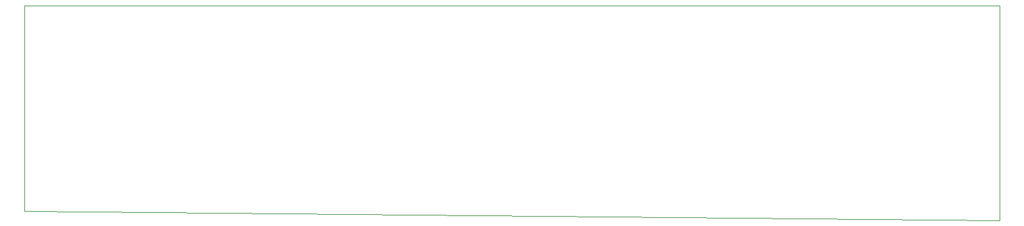
<source format=gbr>
G04 #@! TF.GenerationSoftware,KiCad,Pcbnew,5.1.2-f72e74a~84~ubuntu18.04.1*
G04 #@! TF.CreationDate,2019-11-12T15:35:39+01:00*
G04 #@! TF.ProjectId,filtre_lignes_couplees,66696c74-7265-45f6-9c69-676e65735f63,rev?*
G04 #@! TF.SameCoordinates,Original*
G04 #@! TF.FileFunction,Profile,NP*
%FSLAX46Y46*%
G04 Gerber Fmt 4.6, Leading zero omitted, Abs format (unit mm)*
G04 Created by KiCad (PCBNEW 5.1.2-f72e74a~84~ubuntu18.04.1) date 2019-11-12 15:35:39*
%MOMM*%
%LPD*%
G04 APERTURE LIST*
%ADD10C,0.050000*%
G04 APERTURE END LIST*
D10*
X59690000Y-68580000D02*
X59690000Y-96520000D01*
X191770000Y-68580000D02*
X59690000Y-68580000D01*
X191770000Y-71120000D02*
X191770000Y-68580000D01*
X191770000Y-97790000D02*
X59690000Y-96520000D01*
X191770000Y-71120000D02*
X191770000Y-97790000D01*
M02*

</source>
